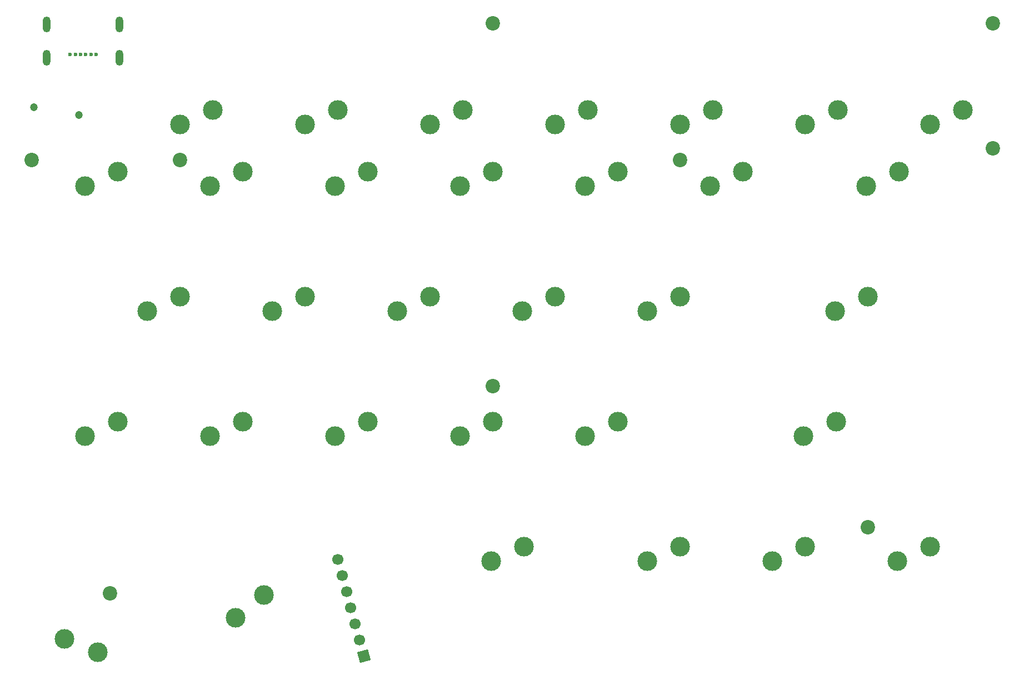
<source format=gbr>
G04 #@! TF.GenerationSoftware,KiCad,Pcbnew,(6.0.8)*
G04 #@! TF.CreationDate,2023-03-04T13:52:04+09:00*
G04 #@! TF.ProjectId,ma8ic_split_69_left,6d613869-635f-4737-906c-69745f36395f,0.1*
G04 #@! TF.SameCoordinates,Original*
G04 #@! TF.FileFunction,Soldermask,Bot*
G04 #@! TF.FilePolarity,Negative*
%FSLAX46Y46*%
G04 Gerber Fmt 4.6, Leading zero omitted, Abs format (unit mm)*
G04 Created by KiCad (PCBNEW (6.0.8)) date 2023-03-04 13:52:04*
%MOMM*%
%LPD*%
G01*
G04 APERTURE LIST*
G04 Aperture macros list*
%AMHorizOval*
0 Thick line with rounded ends*
0 $1 width*
0 $2 $3 position (X,Y) of the first rounded end (center of the circle)*
0 $4 $5 position (X,Y) of the second rounded end (center of the circle)*
0 Add line between two ends*
20,1,$1,$2,$3,$4,$5,0*
0 Add two circle primitives to create the rounded ends*
1,1,$1,$2,$3*
1,1,$1,$4,$5*%
%AMRotRect*
0 Rectangle, with rotation*
0 The origin of the aperture is its center*
0 $1 length*
0 $2 width*
0 $3 Rotation angle, in degrees counterclockwise*
0 Add horizontal line*
21,1,$1,$2,0,0,$3*%
G04 Aperture macros list end*
%ADD10C,0.600000*%
%ADD11O,1.200000X2.400000*%
%ADD12RotRect,1.700000X1.700000X195.000000*%
%ADD13HorizOval,1.700000X0.000000X0.000000X0.000000X0.000000X0*%
%ADD14C,3.000000*%
%ADD15C,2.200000*%
%ADD16C,1.200000*%
G04 APERTURE END LIST*
D10*
G04 #@! TO.C,J1*
X90392550Y-38156332D03*
X91192550Y-38156332D03*
X91992550Y-38156332D03*
X92792550Y-38156332D03*
X93592550Y-38156332D03*
X94392550Y-38156332D03*
D11*
X97942550Y-38606332D03*
X86842550Y-38606332D03*
X97942550Y-33556332D03*
X86842550Y-33556332D03*
G04 #@! TD*
D12*
G04 #@! TO.C,J4*
X135150367Y-129778100D03*
D13*
X134492967Y-127324648D03*
X133835566Y-124871197D03*
X133178166Y-122417745D03*
X132520766Y-119964294D03*
X131863365Y-117510842D03*
X131205965Y-115057390D03*
G04 #@! TD*
D14*
G04 #@! TO.C,SW6*
X145256250Y-48762510D03*
X150256250Y-46562510D03*
G04 #@! TD*
G04 #@! TO.C,SW33*
X89568261Y-127198181D03*
X94659430Y-129178080D03*
G04 #@! TD*
D15*
G04 #@! TO.C,*
X230981258Y-33337475D03*
G04 #@! TD*
D14*
G04 #@! TO.C,SW26*
X111681250Y-96312510D03*
X116681250Y-94112510D03*
G04 #@! TD*
G04 #@! TO.C,SW21*
X107156250Y-75062510D03*
X102156250Y-77262510D03*
G04 #@! TD*
D15*
G04 #@! TO.C,*
X84534260Y-54173457D03*
G04 #@! TD*
D14*
G04 #@! TO.C,SW20*
X126206250Y-75062510D03*
X121206250Y-77262510D03*
G04 #@! TD*
G04 #@! TO.C,SW28*
X216456250Y-115362510D03*
X221456250Y-113162510D03*
G04 #@! TD*
D15*
G04 #@! TO.C,*
X154781194Y-33337475D03*
G04 #@! TD*
D14*
G04 #@! TO.C,SW4*
X183356250Y-48762510D03*
X188356250Y-46562510D03*
G04 #@! TD*
G04 #@! TO.C,SW25*
X135731250Y-94112510D03*
X130731250Y-96312510D03*
G04 #@! TD*
G04 #@! TO.C,SW11*
X168831250Y-58212510D03*
X173831250Y-56012510D03*
G04 #@! TD*
G04 #@! TO.C,SW12*
X154781250Y-56012510D03*
X149781250Y-58212510D03*
G04 #@! TD*
G04 #@! TO.C,SW29*
X202406250Y-113162510D03*
X197406250Y-115362510D03*
G04 #@! TD*
G04 #@! TO.C,SW30*
X183356250Y-113162510D03*
X178356250Y-115362510D03*
G04 #@! TD*
D15*
G04 #@! TO.C,*
X230981258Y-52387475D03*
G04 #@! TD*
D14*
G04 #@! TO.C,SW2*
X226456250Y-46562510D03*
X221456250Y-48762510D03*
G04 #@! TD*
D15*
G04 #@! TO.C,*
X154781194Y-88701611D03*
G04 #@! TD*
D14*
G04 #@! TO.C,SW27*
X97631250Y-94112510D03*
X92631250Y-96312510D03*
G04 #@! TD*
G04 #@! TO.C,SW9*
X216693750Y-56012510D03*
X211693750Y-58212510D03*
G04 #@! TD*
G04 #@! TO.C,SW17*
X183356250Y-75062510D03*
X178356250Y-77262510D03*
G04 #@! TD*
G04 #@! TO.C,SW19*
X145256250Y-75062510D03*
X140256250Y-77262510D03*
G04 #@! TD*
G04 #@! TO.C,SW8*
X112156250Y-46562510D03*
X107156250Y-48762510D03*
G04 #@! TD*
G04 #@! TO.C,SW15*
X97631250Y-56012510D03*
X92631250Y-58212510D03*
G04 #@! TD*
D15*
G04 #@! TO.C,REF\u002A\u002A*
X183356218Y-54173457D03*
G04 #@! TD*
D14*
G04 #@! TO.C,SW10*
X187881250Y-58212510D03*
X192881250Y-56012510D03*
G04 #@! TD*
G04 #@! TO.C,SW16*
X211931250Y-75062510D03*
X206931250Y-77262510D03*
G04 #@! TD*
D15*
G04 #@! TO.C,REF\u002A\u002A*
X211931242Y-110132879D03*
G04 #@! TD*
D14*
G04 #@! TO.C,SW13*
X135731250Y-56012510D03*
X130731250Y-58212510D03*
G04 #@! TD*
G04 #@! TO.C,SW24*
X149781250Y-96312510D03*
X154781250Y-94112510D03*
G04 #@! TD*
G04 #@! TO.C,SW7*
X126206250Y-48762510D03*
X131206250Y-46562510D03*
G04 #@! TD*
G04 #@! TO.C,SW3*
X202406250Y-48762510D03*
X207406250Y-46562510D03*
G04 #@! TD*
G04 #@! TO.C,SW22*
X202168738Y-96312510D03*
X207168738Y-94112510D03*
G04 #@! TD*
G04 #@! TO.C,SW32*
X115656490Y-123926430D03*
X119916718Y-120507298D03*
G04 #@! TD*
G04 #@! TO.C,SW18*
X159306250Y-77262510D03*
X164306250Y-75062510D03*
G04 #@! TD*
G04 #@! TO.C,SW5*
X164306250Y-48762510D03*
X169306250Y-46562510D03*
G04 #@! TD*
D15*
G04 #@! TO.C,REF\u002A\u002A*
X107156154Y-54173457D03*
G04 #@! TD*
D14*
G04 #@! TO.C,SW14*
X111681250Y-58212510D03*
X116681250Y-56012510D03*
G04 #@! TD*
D15*
G04 #@! TO.C,REF\u002A\u002A*
X96440520Y-120253200D03*
G04 #@! TD*
D14*
G04 #@! TO.C,SW31*
X154543750Y-115362510D03*
X159543750Y-113162510D03*
G04 #@! TD*
G04 #@! TO.C,SW23*
X168831250Y-96312510D03*
X173831250Y-94112510D03*
G04 #@! TD*
D16*
G04 #@! TO.C,J2*
X84851158Y-46124842D03*
X91744812Y-47340380D03*
G04 #@! TD*
M02*

</source>
